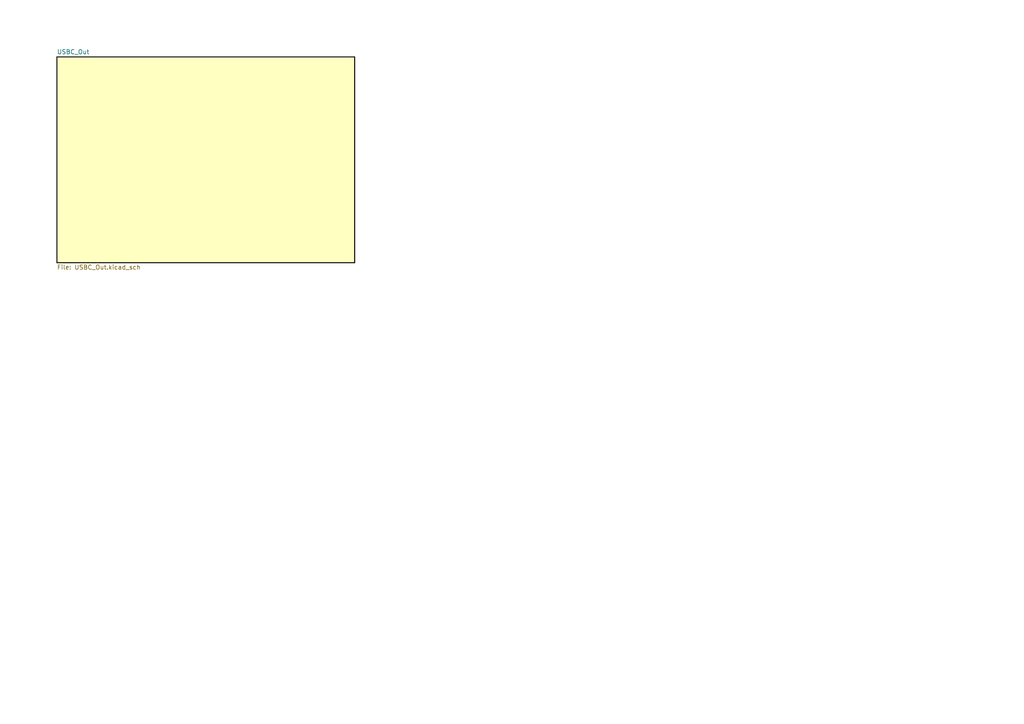
<source format=kicad_sch>
(kicad_sch
	(version 20231120)
	(generator "eeschema")
	(generator_version "8.0")
	(uuid "a7849e68-0fff-42fa-bbad-d24a7d586f8d")
	(paper "A4")
	(title_block
		(title "Hydrophone")
		(date "2025-02-14")
		(rev "1")
		(company "Remus Harris")
	)
	(lib_symbols)
	(sheet
		(at 16.51 16.51)
		(size 86.36 59.69)
		(fields_autoplaced yes)
		(stroke
			(width 0.3048)
			(type solid)
			(color 0 0 0 1)
		)
		(fill
			(color 255 255 194 1.0000)
		)
		(uuid "2b869c3d-dba8-4093-aa64-e96900da7572")
		(property "Sheetname" "USBC_Out"
			(at 16.51 15.7984 0)
			(effects
				(font
					(size 1.27 1.27)
				)
				(justify left bottom)
			)
		)
		(property "Sheetfile" "USBC_Out.kicad_sch"
			(at 16.51 76.7846 0)
			(effects
				(font
					(size 1.27 1.27)
				)
				(justify left top)
			)
		)
		(instances
			(project "Hydrophone"
				(path "/a7849e68-0fff-42fa-bbad-d24a7d586f8d"
					(page "2")
				)
			)
		)
	)
	(sheet_instances
		(path "/"
			(page "1")
		)
	)
)

</source>
